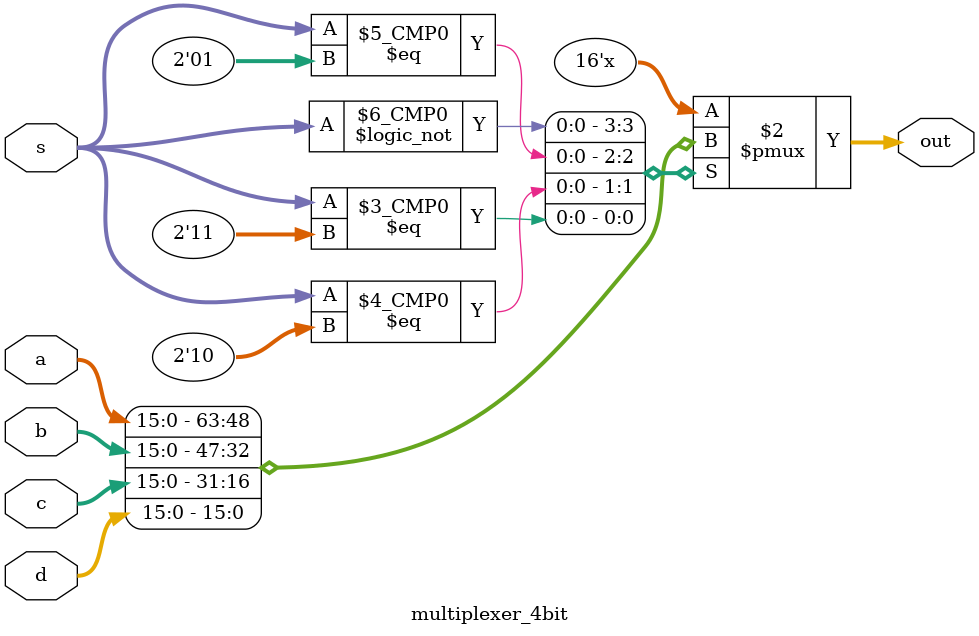
<source format=v>
module multiplexer_16bit (I0, I1, I2, I3, I4, I5, I6, I7, I8, I9, I10, I11, I12, I13, I14, I15, s, out);

    input [15:0] I0, I1, I2, I3, I4, I5, I6, I7, I8, I9, I10, I11, I12, I13, I14, I15;
    input [3:0] s;
    output [15:0] out;
    
    wire [15:0] out1, out2, out3, out4; 
    multiplexer_4bit Inst1 (I0, I1, I2, I3,     s[1:0], out1);
    multiplexer_4bit Inst2 (I4, I5, I6, I7,     s[1:0], out2);
    multiplexer_4bit Inst3 (I8, I9, I10, I11,   s[1:0], out3);
    multiplexer_4bit Inst4 (I12, I13, I14, I15, s[1:0], out4);

    multiplexer_4bit Inst5 (out1, out2, out3, out4, s[3:2], out);

endmodule


module multiplexer_4bit (a, b, c, d, s, out);

    input [15:0] a,b,c,d;
    input [1:0] s;
    output reg [15:0] out;
    always @(*) 
        begin
            case (s)
                2'b00:  out = a;
                2'b01:  out = b;
                2'b10:  out = c;
                2'b11:  out = d;
                default: out = 16'bxxxxxxxxxxxxxxxx;
            endcase

        end

endmodule
</source>
